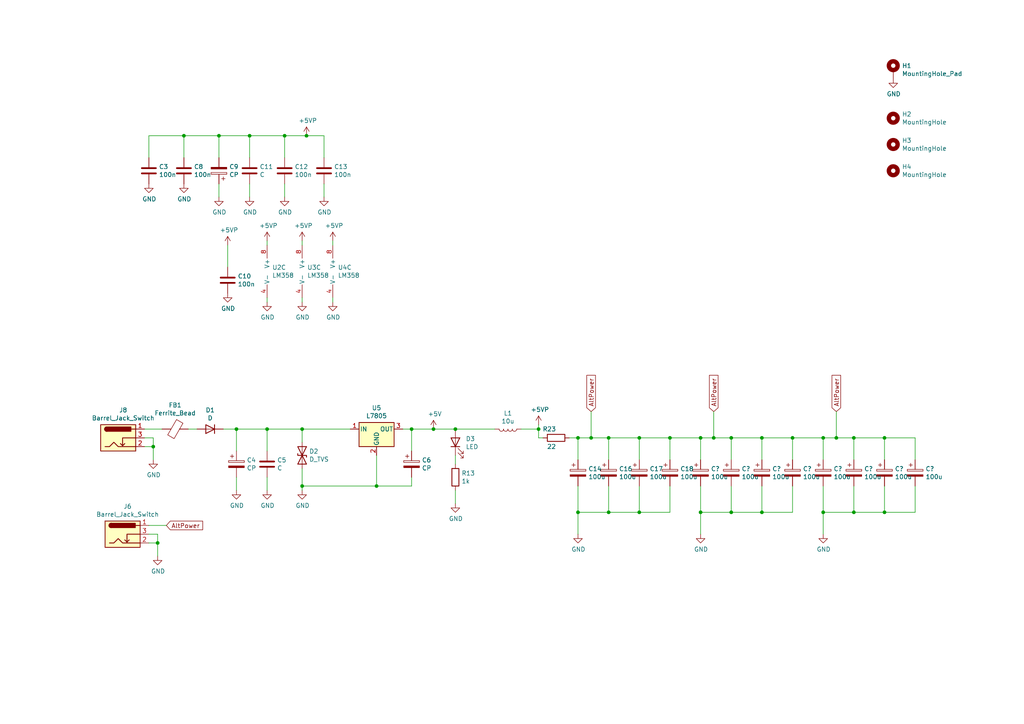
<source format=kicad_sch>
(kicad_sch (version 20211123) (generator eeschema)
  (paper "A4")
  (lib_symbols
    (symbol "Amplifier_Operational:LM358" (pin_names (offset 0.127))
      (property "Reference" "U" (at 0 5.08 0))
      (property "Value" "LM358" (at 0 -5.08 0))
      (symbol "LM358_1_1"
        (polyline (pts (xy -5.08 5.08) (xy 5.08 0) (xy -5.08 -5.08) (xy -5.08 5.08)) (stroke (width 0.254)) (fill (type background)))
        (pin output line (at 7.62 0 180) (length 2.54) (name "~") (number "1"))
        (pin input line (at -7.62 -2.54 0) (length 2.54) (name "-") (number "2"))
        (pin input line (at -7.62 2.54 0) (length 2.54) (name "+") (number "3"))
      )
      (symbol "LM358_2_1"
        (polyline (pts (xy -5.08 5.08) (xy 5.08 0) (xy -5.08 -5.08) (xy -5.08 5.08)) (stroke (width 0.254)) (fill (type background)))
        (pin input line (at -7.62 2.54 0) (length 2.54) (name "+") (number "5"))
        (pin input line (at -7.62 -2.54 0) (length 2.54) (name "-") (number "6"))
        (pin output line (at 7.62 0 180) (length 2.54) (name "~") (number "7"))
      )
      (symbol "LM358_3_1"
        (pin power_in line (at -2.54 -7.62 90) (length 3.81) (name "V-") (number "4"))
        (pin power_in line (at -2.54 7.62 270) (length 3.81) (name "V+") (number "8"))
      )
    )
    (symbol "Connector:Barrel_Jack_Switch" (pin_names hide)
      (property "Reference" "J" (at 0 5.334 0))
      (property "Value" "Barrel_Jack_Switch" (at 0 -5.08 0))
      (symbol "Barrel_Jack_Switch_0_1"
        (rectangle (start -5.08 3.81) (end 5.08 -3.81) (stroke (width 0.254)) (fill (type background)))
        (arc (start -3.302 3.175) (mid -3.937 2.54) (end -3.302 1.905) (stroke (width 0.254)))
        (arc (start -3.302 3.175) (mid -3.937 2.54) (end -3.302 1.905) (stroke (width 0.254)) (fill (type outline)))
        (polyline (pts (xy 1.27 -2.286) (xy 1.905 -1.651)) (stroke (width 0.254)))
        (polyline (pts (xy 5.08 2.54) (xy 3.81 2.54)) (stroke (width 0.254)))
        (polyline (pts (xy 5.08 0) (xy 1.27 0) (xy 1.27 -2.286) (xy 0.635 -1.651)) (stroke (width 0.254)))
        (polyline (pts (xy -3.81 -2.54) (xy -2.54 -2.54) (xy -1.27 -1.27) (xy 0 -2.54) (xy 2.54 -2.54) (xy 5.08 -2.54)) (stroke (width 0.254)))
        (rectangle (start 3.683 3.175) (end -3.302 1.905) (stroke (width 0.254)) (fill (type outline)))
      )
      (symbol "Barrel_Jack_Switch_1_1"
        (pin passive line (at 7.62 2.54 180) (length 2.54) (name "~") (number "1"))
        (pin passive line (at 7.62 -2.54 180) (length 2.54) (name "~") (number "2"))
        (pin passive line (at 7.62 0 180) (length 2.54) (name "~") (number "3"))
      )
    )
    (symbol "Device:C" (pin_numbers hide) (pin_names (offset 0.254))
      (property "Reference" "C" (at 0.635 2.54 0))
      (property "Value" "C" (at 0.635 -2.54 0))
      (symbol "C_0_1"
        (polyline (pts (xy -2.032 -0.762) (xy 2.032 -0.762)) (stroke (width 0.508)))
        (polyline (pts (xy -2.032 0.762) (xy 2.032 0.762)) (stroke (width 0.508)))
      )
      (symbol "C_1_1"
        (pin passive line (at 0 3.81 270) (length 2.794) (name "~") (number "1"))
        (pin passive line (at 0 -3.81 90) (length 2.794) (name "~") (number "2"))
      )
    )
    (symbol "Device:CP" (pin_numbers hide) (pin_names (offset 0.254))
      (property "Reference" "C" (at 0.635 2.54 0))
      (property "Value" "Device_CP" (at 0.635 -2.54 0))
      (symbol "CP_0_1"
        (rectangle (start -2.286 0.508) (end 2.286 1.016))
        (polyline (pts (xy -1.778 2.286) (xy -0.762 2.286)))
        (polyline (pts (xy -1.27 2.794) (xy -1.27 1.778)))
        (rectangle (start 2.286 -0.508) (end -2.286 -1.016) (fill (type outline)))
      )
      (symbol "CP_1_1"
        (pin passive line (at 0 3.81 270) (length 2.794) (name "~") (number "1"))
        (pin passive line (at 0 -3.81 90) (length 2.794) (name "~") (number "2"))
      )
    )
    (symbol "Device:D" (pin_numbers hide) (pin_names (offset 1.016) hide)
      (property "Reference" "D" (at 0 2.54 0))
      (property "Value" "D" (at 0 -2.54 0))
      (symbol "D_0_1"
        (polyline (pts (xy -1.27 1.27) (xy -1.27 -1.27)) (stroke (width 0.254)))
        (polyline (pts (xy 1.27 0) (xy -1.27 0)))
        (polyline (pts (xy 1.27 1.27) (xy 1.27 -1.27) (xy -1.27 0) (xy 1.27 1.27)) (stroke (width 0.254)))
      )
      (symbol "D_1_1"
        (pin passive line (at -3.81 0 0) (length 2.54) (name "K") (number "1"))
        (pin passive line (at 3.81 0 180) (length 2.54) (name "A") (number "2"))
      )
    )
    (symbol "Device:D_TVS" (pin_numbers hide) (pin_names (offset 1.016) hide)
      (property "Reference" "D" (at 0 2.54 0))
      (property "Value" "D_TVS" (at 0 -2.54 0))
      (symbol "D_TVS_0_1"
        (polyline (pts (xy 1.27 0) (xy -1.27 0)))
        (polyline (pts (xy 0.508 1.27) (xy 0 1.27) (xy 0 -1.27) (xy -0.508 -1.27)) (stroke (width 0.254)))
        (polyline (pts (xy -2.54 1.27) (xy -2.54 -1.27) (xy 2.54 1.27) (xy 2.54 -1.27) (xy -2.54 1.27)) (stroke (width 0.254)))
      )
      (symbol "D_TVS_1_1"
        (pin passive line (at -3.81 0 0) (length 2.54) (name "A1") (number "1"))
        (pin passive line (at 3.81 0 180) (length 2.54) (name "A2") (number "2"))
      )
    )
    (symbol "Device:Ferrite_Bead" (pin_numbers hide) (pin_names (offset 0))
      (property "Reference" "FB" (at -3.81 0.635 90))
      (property "Value" "Device_Ferrite_Bead" (at 3.81 0 90))
      (symbol "Ferrite_Bead_0_1"
        (polyline (pts (xy 0 -1.27) (xy 0 -1.2192)))
        (polyline (pts (xy 0 1.27) (xy 0 1.2954)))
        (polyline (pts (xy -2.7686 0.4064) (xy -1.7018 2.2606) (xy 2.7686 -0.3048) (xy 1.6764 -2.159) (xy -2.7686 0.4064)))
      )
      (symbol "Ferrite_Bead_1_1"
        (pin passive line (at 0 3.81 270) (length 2.54) (name "~") (number "1"))
        (pin passive line (at 0 -3.81 90) (length 2.54) (name "~") (number "2"))
      )
    )
    (symbol "Device:L" (pin_numbers hide) (pin_names (offset 1.016) hide)
      (property "Reference" "L" (at -1.27 0 90))
      (property "Value" "L" (at 1.905 0 90))
      (symbol "L_0_1"
        (arc (start 0 -2.54) (mid 0.635 -1.905) (end 0 -1.27))
        (arc (start 0 -1.27) (mid 0.635 -0.635) (end 0 0))
        (arc (start 0 0) (mid 0.635 0.635) (end 0 1.27))
        (arc (start 0 1.27) (mid 0.635 1.905) (end 0 2.54))
      )
      (symbol "L_1_1"
        (pin passive line (at 0 3.81 270) (length 1.27) (name "1") (number "1"))
        (pin passive line (at 0 -3.81 90) (length 1.27) (name "2") (number "2"))
      )
    )
    (symbol "Device:LED" (pin_numbers hide) (pin_names (offset 1.016) hide)
      (property "Reference" "D" (at 0 2.54 0))
      (property "Value" "LED" (at 0 -2.54 0))
      (symbol "LED_0_1"
        (polyline (pts (xy -1.27 -1.27) (xy -1.27 1.27)) (stroke (width 0.254)))
        (polyline (pts (xy -1.27 0) (xy 1.27 0)))
        (polyline (pts (xy 1.27 -1.27) (xy 1.27 1.27) (xy -1.27 0) (xy 1.27 -1.27)) (stroke (width 0.254)))
        (polyline (pts (xy -3.048 -0.762) (xy -4.572 -2.286) (xy -3.81 -2.286) (xy -4.572 -2.286) (xy -4.572 -1.524)))
        (polyline (pts (xy -1.778 -0.762) (xy -3.302 -2.286) (xy -2.54 -2.286) (xy -3.302 -2.286) (xy -3.302 -1.524)))
      )
      (symbol "LED_1_1"
        (pin passive line (at -3.81 0 0) (length 2.54) (name "K") (number "1"))
        (pin passive line (at 3.81 0 180) (length 2.54) (name "A") (number "2"))
      )
    )
    (symbol "Device:R" (pin_numbers hide) (pin_names (offset 0))
      (property "Reference" "R" (at 2.032 0 90))
      (property "Value" "R" (at 0 0 90))
      (symbol "R_0_1"
        (rectangle (start -1.016 -2.54) (end 1.016 2.54) (stroke (width 0.254)))
      )
      (symbol "R_1_1"
        (pin passive line (at 0 3.81 270) (length 1.27) (name "~") (number "1"))
        (pin passive line (at 0 -3.81 90) (length 1.27) (name "~") (number "2"))
      )
    )
    (symbol "Mechanical:MountingHole" (pin_names (offset 1.016))
      (property "Reference" "H" (at 0 5.08 0))
      (property "Value" "MountingHole" (at 0 3.175 0))
      (symbol "MountingHole_0_1"
        (circle (center 0 0) (radius 1.27) (stroke (width 1.27)))
      )
    )
    (symbol "Mechanical:MountingHole_Pad" (pin_numbers hide) (pin_names (offset 1.016) hide)
      (property "Reference" "H" (at 0 6.35 0))
      (property "Value" "MountingHole_Pad" (at 0 4.445 0))
      (symbol "MountingHole_Pad_0_1"
        (circle (center 0 1.27) (radius 1.27) (stroke (width 1.27)))
      )
      (symbol "MountingHole_Pad_1_1"
        (pin input line (at 0 -2.54 90) (length 2.54) (name "1") (number "1"))
      )
    )
    (symbol "Regulator_Linear:L7805" (pin_names (offset 0.254))
      (property "Reference" "U" (at -3.81 3.175 0))
      (property "Value" "L7805" (at 0 3.175 0))
      (symbol "L7805_0_1"
        (rectangle (start -5.08 1.905) (end 5.08 -5.08) (stroke (width 0.254)) (fill (type background)))
      )
      (symbol "L7805_1_1"
        (pin power_in line (at -7.62 0 0) (length 2.54) (name "IN") (number "1"))
        (pin power_in line (at 0 -7.62 90) (length 2.54) (name "GND") (number "2"))
        (pin power_out line (at 7.62 0 180) (length 2.54) (name "OUT") (number "3"))
      )
    )
    (symbol "power:+5V" (power) (pin_names (offset 0))
      (property "Value" "+5V" (at 0 3.556 0))
      (symbol "+5V_0_1"
        (polyline (pts (xy -0.762 1.27) (xy 0 2.54)))
        (polyline (pts (xy 0 0) (xy 0 2.54)))
        (polyline (pts (xy 0 2.54) (xy 0.762 1.27)))
      )
      (symbol "+5V_1_1"
        (pin power_in line (at 0 0 90) (length 0) hide (name "+5V") (number "1"))
      )
    )
    (symbol "power:+5VP" (power) (pin_names (offset 0))
      (property "Value" "+5VP" (at 0 3.556 0))
      (symbol "+5VP_0_1"
        (polyline (pts (xy -0.762 1.27) (xy 0 2.54)))
        (polyline (pts (xy 0 0) (xy 0 2.54)))
        (polyline (pts (xy 0 2.54) (xy 0.762 1.27)))
      )
      (symbol "+5VP_1_1"
        (pin power_in line (at 0 0 90) (length 0) hide (name "+5VP") (number "1"))
      )
    )
    (symbol "power:GND" (power) (pin_names (offset 0))
      (property "Value" "GND" (at 0 -3.81 0))
      (symbol "GND_0_1"
        (polyline (pts (xy 0 0) (xy 0 -1.27) (xy 1.27 -1.27) (xy 0 -2.54) (xy -1.27 -1.27) (xy 0 -1.27)))
      )
      (symbol "GND_1_1"
        (pin power_in line (at 0 0 270) (length 0) hide (name "GND") (number "1"))
      )
    )
  )
  (junction (at 167.64 127))
  (junction (at 194.31 127))
  (junction (at 119.38 124.46))
  (junction (at 132.08 124.46))
  (junction (at 44.45 129.54))
  (junction (at 45.72 157.48))
  (junction (at 53.34 39.37))
  (junction (at 109.22 140.97))
  (junction (at 68.58 124.46))
  (junction (at 167.64 148.59))
  (junction (at 203.2 127))
  (junction (at 87.63 124.46))
  (junction (at 176.53 127))
  (junction (at 82.55 39.37))
  (junction (at 176.53 148.59))
  (junction (at 185.42 148.59))
  (junction (at 212.09 148.59))
  (junction (at 88.9 39.37))
  (junction (at 220.98 127))
  (junction (at 256.54 127))
  (junction (at 72.39 39.37))
  (junction (at 207.01 127))
  (junction (at 203.2 148.59))
  (junction (at 212.09 127))
  (junction (at 220.98 148.59))
  (junction (at 242.57 127))
  (junction (at 77.47 124.46))
  (junction (at 256.54 148.59))
  (junction (at 87.63 140.97))
  (junction (at 238.76 127))
  (junction (at 185.42 127))
  (junction (at 247.65 148.59))
  (junction (at 229.87 127))
  (junction (at 156.21 124.46))
  (junction (at 125.73 124.46))
  (junction (at 63.5 39.37))
  (junction (at 171.45 127))
  (junction (at 247.65 127))
  (junction (at 238.76 148.59))
  (wire (pts (xy 119.38 140.97) (xy 119.38 138.43)))
  (wire (pts (xy 116.84 124.46) (xy 119.38 124.46)))
  (wire (pts (xy 87.63 69.85) (xy 87.63 71.12)))
  (wire (pts (xy 212.09 148.59) (xy 203.2 148.59)))
  (wire (pts (xy 132.08 134.62) (xy 132.08 132.08)))
  (wire (pts (xy 156.21 127) (xy 156.21 124.46)))
  (wire (pts (xy 256.54 127) (xy 265.43 127)))
  (wire (pts (xy 256.54 148.59) (xy 247.65 148.59)))
  (wire (pts (xy 229.87 140.97) (xy 229.87 148.59)))
  (wire (pts (xy 68.58 124.46) (xy 68.58 130.81)))
  (wire (pts (xy 203.2 127) (xy 203.2 133.35)))
  (wire (pts (xy 229.87 127) (xy 229.87 133.35)))
  (wire (pts (xy 185.42 148.59) (xy 194.31 148.59)))
  (wire (pts (xy 203.2 140.97) (xy 203.2 148.59)))
  (wire (pts (xy 207.01 127) (xy 212.09 127)))
  (wire (pts (xy 53.34 39.37) (xy 53.34 45.72)))
  (wire (pts (xy 45.72 157.48) (xy 45.72 161.29)))
  (wire (pts (xy 132.08 124.46) (xy 143.51 124.46)))
  (wire (pts (xy 167.64 148.59) (xy 167.64 154.94)))
  (wire (pts (xy 132.08 142.24) (xy 132.08 146.05)))
  (wire (pts (xy 82.55 57.15) (xy 82.55 53.34)))
  (wire (pts (xy 247.65 127) (xy 256.54 127)))
  (wire (pts (xy 63.5 39.37) (xy 63.5 45.72)))
  (wire (pts (xy 176.53 148.59) (xy 167.64 148.59)))
  (wire (pts (xy 203.2 148.59) (xy 203.2 154.94)))
  (wire (pts (xy 77.47 142.24) (xy 77.47 138.43)))
  (wire (pts (xy 101.6 124.46) (xy 87.63 124.46)))
  (wire (pts (xy 194.31 127) (xy 194.31 133.35)))
  (wire (pts (xy 88.9 39.37) (xy 93.98 39.37)))
  (wire (pts (xy 72.39 39.37) (xy 72.39 45.72)))
  (wire (pts (xy 63.5 39.37) (xy 72.39 39.37)))
  (wire (pts (xy 265.43 140.97) (xy 265.43 148.59)))
  (wire (pts (xy 77.47 124.46) (xy 77.47 130.81)))
  (wire (pts (xy 212.09 127) (xy 220.98 127)))
  (wire (pts (xy 207.01 119.38) (xy 207.01 127)))
  (wire (pts (xy 41.91 124.46) (xy 46.99 124.46)))
  (wire (pts (xy 207.01 127) (xy 203.2 127)))
  (wire (pts (xy 185.42 127) (xy 194.31 127)))
  (wire (pts (xy 72.39 39.37) (xy 82.55 39.37)))
  (wire (pts (xy 132.08 124.46) (xy 125.73 124.46)))
  (wire (pts (xy 220.98 148.59) (xy 229.87 148.59)))
  (wire (pts (xy 54.61 124.46) (xy 57.15 124.46)))
  (wire (pts (xy 43.18 39.37) (xy 43.18 45.72)))
  (wire (pts (xy 109.22 140.97) (xy 119.38 140.97)))
  (wire (pts (xy 93.98 57.15) (xy 93.98 53.34)))
  (wire (pts (xy 176.53 127) (xy 176.53 133.35)))
  (wire (pts (xy 41.91 129.54) (xy 44.45 129.54)))
  (wire (pts (xy 96.52 69.85) (xy 96.52 71.12)))
  (wire (pts (xy 171.45 127) (xy 176.53 127)))
  (wire (pts (xy 87.63 140.97) (xy 109.22 140.97)))
  (wire (pts (xy 82.55 45.72) (xy 82.55 39.37)))
  (wire (pts (xy 43.18 157.48) (xy 45.72 157.48)))
  (wire (pts (xy 66.04 71.12) (xy 66.04 77.47)))
  (wire (pts (xy 247.65 148.59) (xy 238.76 148.59)))
  (wire (pts (xy 43.18 154.94) (xy 45.72 154.94)))
  (wire (pts (xy 212.09 140.97) (xy 212.09 148.59)))
  (wire (pts (xy 256.54 148.59) (xy 265.43 148.59)))
  (wire (pts (xy 229.87 127) (xy 238.76 127)))
  (wire (pts (xy 242.57 127) (xy 247.65 127)))
  (wire (pts (xy 176.53 127) (xy 185.42 127)))
  (wire (pts (xy 44.45 127) (xy 44.45 129.54)))
  (wire (pts (xy 176.53 140.97) (xy 176.53 148.59)))
  (wire (pts (xy 194.31 140.97) (xy 194.31 148.59)))
  (wire (pts (xy 53.34 39.37) (xy 43.18 39.37)))
  (wire (pts (xy 68.58 124.46) (xy 77.47 124.46)))
  (wire (pts (xy 171.45 119.38) (xy 171.45 127)))
  (wire (pts (xy 194.31 127) (xy 203.2 127)))
  (wire (pts (xy 242.57 119.38) (xy 242.57 127)))
  (wire (pts (xy 157.48 127) (xy 156.21 127)))
  (wire (pts (xy 242.57 127) (xy 238.76 127)))
  (wire (pts (xy 171.45 127) (xy 167.64 127)))
  (wire (pts (xy 238.76 148.59) (xy 238.76 154.94)))
  (wire (pts (xy 247.65 127) (xy 247.65 133.35)))
  (wire (pts (xy 109.22 140.97) (xy 109.22 132.08)))
  (wire (pts (xy 63.5 57.15) (xy 63.5 53.34)))
  (wire (pts (xy 125.73 124.46) (xy 119.38 124.46)))
  (wire (pts (xy 156.21 124.46) (xy 156.21 123.19)))
  (wire (pts (xy 72.39 57.15) (xy 72.39 53.34)))
  (wire (pts (xy 238.76 140.97) (xy 238.76 148.59)))
  (wire (pts (xy 77.47 124.46) (xy 87.63 124.46)))
  (wire (pts (xy 119.38 124.46) (xy 119.38 130.81)))
  (wire (pts (xy 93.98 39.37) (xy 93.98 45.72)))
  (wire (pts (xy 44.45 129.54) (xy 44.45 133.35)))
  (wire (pts (xy 265.43 127) (xy 265.43 133.35)))
  (wire (pts (xy 82.55 39.37) (xy 88.9 39.37)))
  (wire (pts (xy 77.47 86.36) (xy 77.47 87.63)))
  (wire (pts (xy 238.76 127) (xy 238.76 133.35)))
  (wire (pts (xy 167.64 140.97) (xy 167.64 148.59)))
  (wire (pts (xy 256.54 127) (xy 256.54 133.35)))
  (wire (pts (xy 87.63 140.97) (xy 87.63 135.89)))
  (wire (pts (xy 220.98 148.59) (xy 212.09 148.59)))
  (wire (pts (xy 165.1 127) (xy 167.64 127)))
  (wire (pts (xy 87.63 124.46) (xy 87.63 128.27)))
  (wire (pts (xy 77.47 69.85) (xy 77.47 71.12)))
  (wire (pts (xy 247.65 140.97) (xy 247.65 148.59)))
  (wire (pts (xy 220.98 140.97) (xy 220.98 148.59)))
  (wire (pts (xy 167.64 127) (xy 167.64 133.35)))
  (wire (pts (xy 87.63 86.36) (xy 87.63 87.63)))
  (wire (pts (xy 43.18 152.4) (xy 48.26 152.4)))
  (wire (pts (xy 185.42 140.97) (xy 185.42 148.59)))
  (wire (pts (xy 41.91 127) (xy 44.45 127)))
  (wire (pts (xy 68.58 142.24) (xy 68.58 138.43)))
  (wire (pts (xy 96.52 86.36) (xy 96.52 87.63)))
  (wire (pts (xy 185.42 127) (xy 185.42 133.35)))
  (wire (pts (xy 185.42 148.59) (xy 176.53 148.59)))
  (wire (pts (xy 87.63 142.24) (xy 87.63 140.97)))
  (wire (pts (xy 151.13 124.46) (xy 156.21 124.46)))
  (wire (pts (xy 64.77 124.46) (xy 68.58 124.46)))
  (wire (pts (xy 220.98 127) (xy 220.98 133.35)))
  (wire (pts (xy 220.98 127) (xy 229.87 127)))
  (wire (pts (xy 45.72 154.94) (xy 45.72 157.48)))
  (wire (pts (xy 212.09 127) (xy 212.09 133.35)))
  (wire (pts (xy 63.5 39.37) (xy 53.34 39.37)))
  (wire (pts (xy 256.54 140.97) (xy 256.54 148.59)))
  (global_label "AltPower" (shape input) (at 171.45 119.38 90) (property "Intersheet References" "${INTERSHEET_REFS}" (effects hide)))
  (global_label "AltPower" (shape input) (at 48.26 152.4 0) (property "Intersheet References" "${INTERSHEET_REFS}" (effects hide)))
  (global_label "AltPower" (shape input) (at 207.01 119.38 90) (property "Intersheet References" "${INTERSHEET_REFS}" (effects hide)))
  (global_label "AltPower" (shape input) (at 242.57 119.38 90) (property "Intersheet References" "${INTERSHEET_REFS}" (effects hide)))
  (symbol (lib_id "Device:C") (at 72.39 49.53 0) (unit 1)
    (property "Reference" "C11" (at 75.311 48.3616 0) (effects (justify left)))
    (property "Value" "C" (at 75.311 50.673 0) (effects (justify left)))
    (property "Footprint" "Capacitor_SMD:C_0805_2012Metric" (effects hide))
  )
  (symbol (lib_id "Device:CP") (at 63.5 49.53 180) (unit 1)
    (property "Reference" "C9" (at 66.4972 48.3616 0) (effects (justify right)))
    (property "Value" "CP" (at 66.4972 50.673 0) (effects (justify right)))
    (property "Footprint" "Capacitor_THT:CP_Radial_D8.0mm_P5.00mm" (effects hide))
  )
  (symbol (lib_id "power:GND") (at 63.5 57.15 0) (unit 1)
    (property "Reference" "#PWR0107" (effects hide))
    (property "Value" "GND" (at 63.627 61.5442 0))
  )
  (symbol (lib_id "power:GND") (at 72.39 57.15 0) (unit 1)
    (property "Reference" "#PWR0115" (effects hide))
    (property "Value" "GND" (at 72.517 61.5442 0))
  )
  (symbol (lib_id "power:+5VP") (at 88.9 39.37 0) (unit 1)
    (property "Reference" "#PWR0116" (effects hide))
    (property "Value" "+5VP" (at 89.281 34.9758 0))
  )
  (symbol (lib_id "Device:C") (at 93.98 49.53 0) (unit 1)
    (property "Reference" "C13" (at 96.901 48.3616 0) (effects (justify left)))
    (property "Value" "100n" (at 96.901 50.673 0) (effects (justify left)))
    (property "Footprint" "Capacitor_SMD:C_0805_2012Metric" (effects hide))
  )
  (symbol (lib_id "power:GND") (at 93.98 57.15 0) (unit 1)
    (property "Reference" "#PWR0117" (effects hide))
    (property "Value" "GND" (at 94.107 61.5442 0))
  )
  (symbol (lib_id "Device:C") (at 82.55 49.53 0) (unit 1)
    (property "Reference" "C12" (at 85.471 48.3616 0) (effects (justify left)))
    (property "Value" "100n" (at 85.471 50.673 0) (effects (justify left)))
    (property "Footprint" "Capacitor_SMD:C_0805_2012Metric" (effects hide))
  )
  (symbol (lib_id "power:GND") (at 82.55 57.15 0) (unit 1)
    (property "Reference" "#PWR0118" (effects hide))
    (property "Value" "GND" (at 82.677 61.5442 0))
  )
  (symbol (lib_id "Amplifier_Operational:LM358") (at 80.01 78.74 0) (unit 3)
    (property "Reference" "U2" (at 78.9432 77.5716 0) (effects (justify left)))
    (property "Value" "LM358" (at 78.9432 79.883 0) (effects (justify left)))
    (property "Footprint" "Package_SO:SO-8_3.9x4.9mm_P1.27mm" (effects hide))
    (property "Datasheet" "http://www.ti.com/lit/ds/symlink/lm2904-n.pdf" (effects hide))
  )
  (symbol (lib_id "power:+5VP") (at 77.47 69.85 0) (unit 1)
    (property "Reference" "#PWR0124" (effects hide))
    (property "Value" "+5VP" (at 77.851 65.4558 0))
  )
  (symbol (lib_id "Device:C") (at 53.34 49.53 0) (unit 1)
    (property "Reference" "C8" (at 56.261 48.3616 0) (effects (justify left)))
    (property "Value" "100n" (at 56.261 50.673 0) (effects (justify left)))
    (property "Footprint" "Capacitor_SMD:C_0805_2012Metric" (effects hide))
  )
  (symbol (lib_id "power:GND") (at 53.34 53.34 0) (unit 1)
    (property "Reference" "#PWR0129" (effects hide))
    (property "Value" "GND" (at 53.467 57.7342 0))
  )
  (symbol (lib_id "Amplifier_Operational:LM358") (at 99.06 78.74 0) (unit 3)
    (property "Reference" "U4" (at 97.9932 77.5716 0) (effects (justify left)))
    (property "Value" "LM358" (at 97.9932 79.883 0) (effects (justify left)))
    (property "Footprint" "Package_SO:SO-8_3.9x4.9mm_P1.27mm" (effects hide))
    (property "Datasheet" "http://www.ti.com/lit/ds/symlink/lm2904-n.pdf" (effects hide))
  )
  (symbol (lib_id "power:+5VP") (at 96.52 69.85 0) (unit 1)
    (property "Reference" "#PWR0133" (effects hide))
    (property "Value" "+5VP" (at 96.901 65.4558 0))
  )
  (symbol (lib_id "Device:C") (at 43.18 49.53 0) (unit 1)
    (property "Reference" "C3" (at 46.101 48.3616 0) (effects (justify left)))
    (property "Value" "100n" (at 46.101 50.673 0) (effects (justify left)))
    (property "Footprint" "Capacitor_SMD:C_0805_2012Metric" (effects hide))
  )
  (symbol (lib_id "power:GND") (at 43.18 53.34 0) (unit 1)
    (property "Reference" "#PWR0134" (effects hide))
    (property "Value" "GND" (at 43.307 57.7342 0))
  )
  (symbol (lib_id "Amplifier_Operational:LM358") (at 90.17 78.74 0) (unit 3)
    (property "Reference" "U3" (at 89.1032 77.5716 0) (effects (justify left)))
    (property "Value" "LM358" (at 89.1032 79.883 0) (effects (justify left)))
    (property "Footprint" "Package_SO:SO-8_3.9x4.9mm_P1.27mm" (effects hide))
    (property "Datasheet" "http://www.ti.com/lit/ds/symlink/lm2904-n.pdf" (effects hide))
  )
  (symbol (lib_id "power:+5VP") (at 87.63 69.85 0) (unit 1)
    (property "Reference" "#PWR0135" (effects hide))
    (property "Value" "+5VP" (at 88.011 65.4558 0))
  )
  (symbol (lib_id "Device:C") (at 66.04 81.28 0) (unit 1)
    (property "Reference" "C10" (at 68.961 80.1116 0) (effects (justify left)))
    (property "Value" "100n" (at 68.961 82.423 0) (effects (justify left)))
    (property "Footprint" "Capacitor_SMD:C_0805_2012Metric" (effects hide))
  )
  (symbol (lib_id "power:GND") (at 66.04 85.09 0) (unit 1)
    (property "Reference" "#PWR0136" (effects hide))
    (property "Value" "GND" (at 66.167 89.4842 0))
  )
  (symbol (lib_id "power:GND") (at 87.63 87.63 0) (unit 1)
    (property "Reference" "#PWR0139" (effects hide))
    (property "Value" "GND" (at 87.757 92.0242 0))
  )
  (symbol (lib_id "power:GND") (at 96.52 87.63 0) (unit 1)
    (property "Reference" "#PWR0140" (effects hide))
    (property "Value" "GND" (at 96.647 92.0242 0))
  )
  (symbol (lib_id "power:GND") (at 77.47 87.63 0) (unit 1)
    (property "Reference" "#PWR0142" (effects hide))
    (property "Value" "GND" (at 77.597 92.0242 0))
  )
  (symbol (lib_id "power:+5VP") (at 66.04 71.12 0) (unit 1)
    (property "Reference" "#PWR0143" (effects hide))
    (property "Value" "+5VP" (at 66.421 66.7258 0))
  )
  (symbol (lib_id "Connector:Barrel_Jack_Switch") (at 34.29 127 0) (unit 1)
    (property "Reference" "J8" (at 35.7378 118.9482 0))
    (property "Value" "Barrel_Jack_Switch" (at 35.7378 121.2596 0))
    (property "Footprint" "Connector_BarrelJack:BarrelJack_Horizontal" (effects hide))
  )
  (symbol (lib_id "Device:Ferrite_Bead") (at 50.8 124.46 270) (unit 1)
    (property "Reference" "FB1" (at 50.8 117.5004 90))
    (property "Value" "Ferrite_Bead" (at 50.8 119.8118 90))
    (property "Footprint" "Resistor_SMD:R_0805_2012Metric" (effects hide))
  )
  (symbol (lib_id "power:GND") (at 44.45 133.35 0) (unit 1)
    (property "Reference" "#PWR0144" (effects hide))
    (property "Value" "GND" (at 44.577 137.7442 0))
  )
  (symbol (lib_id "Device:C") (at 77.47 134.62 0) (unit 1)
    (property "Reference" "C5" (at 80.391 133.4516 0) (effects (justify left)))
    (property "Value" "C" (at 80.391 135.763 0) (effects (justify left)))
    (property "Footprint" "Capacitor_SMD:C_0805_2012Metric" (effects hide))
  )
  (symbol (lib_id "Device:CP") (at 68.58 134.62 0) (unit 1)
    (property "Reference" "C4" (at 71.5772 133.4516 0) (effects (justify left)))
    (property "Value" "CP" (at 71.5772 135.763 0) (effects (justify left)))
    (property "Footprint" "Capacitor_THT:CP_Radial_D5.0mm_P2.50mm" (effects hide))
  )
  (symbol (lib_id "Device:D") (at 60.96 124.46 180) (unit 1)
    (property "Reference" "D1" (at 60.96 118.9482 0))
    (property "Value" "D" (at 60.96 121.2596 0))
    (property "Footprint" "Diode_SMD:D_SMA" (effects hide))
  )
  (symbol (lib_id "Device:D_TVS") (at 87.63 132.08 270) (unit 1)
    (property "Reference" "D2" (at 89.662 130.9116 90) (effects (justify left)))
    (property "Value" "D_TVS" (at 89.662 133.223 90) (effects (justify left)))
    (property "Footprint" "Diode_SMD:D_SMA" (effects hide))
  )
  (symbol (lib_id "power:GND") (at 68.58 142.24 0) (unit 1)
    (property "Reference" "#PWR0145" (effects hide))
    (property "Value" "GND" (at 68.707 146.6342 0))
  )
  (symbol (lib_id "power:GND") (at 77.47 142.24 0) (unit 1)
    (property "Reference" "#PWR0146" (effects hide))
    (property "Value" "GND" (at 77.597 146.6342 0))
  )
  (symbol (lib_id "power:GND") (at 87.63 142.24 0) (unit 1)
    (property "Reference" "#PWR0147" (effects hide))
    (property "Value" "GND" (at 87.757 146.6342 0))
  )
  (symbol (lib_id "Regulator_Linear:L7805") (at 109.22 124.46 0) (unit 1)
    (property "Reference" "U5" (at 109.22 118.3132 0))
    (property "Value" "L7805" (at 109.22 120.6246 0))
    (property "Footprint" "Package_TO_SOT_THT:TO-220-3_Vertical" (effects hide))
    (property "Datasheet" "http://www.st.com/content/ccc/resource/technical/document/datasheet/41/4f/b3/b0/12/d4/47/88/CD00000444.pdf/files/CD00000444.pdf/jcr:content/translations/en.CD00000444.pdf" (effects hide))
  )
  (symbol (lib_id "Device:CP") (at 119.38 134.62 0) (unit 1)
    (property "Reference" "C6" (at 122.3772 133.4516 0) (effects (justify left)))
    (property "Value" "CP" (at 122.3772 135.763 0) (effects (justify left)))
    (property "Footprint" "Capacitor_THT:CP_Radial_D5.0mm_P2.50mm" (effects hide))
  )
  (symbol (lib_id "Device:LED") (at 132.08 128.27 90) (unit 1)
    (property "Reference" "D3" (at 135.0772 127.2794 90) (effects (justify right)))
    (property "Value" "LED" (at 135.0772 129.5908 90) (effects (justify right)))
    (property "Footprint" "LED_SMD:LED_1206_3216Metric" (effects hide))
  )
  (symbol (lib_id "Device:R") (at 132.08 138.43 0) (unit 1)
    (property "Reference" "R13" (at 133.858 137.2616 0) (effects (justify left)))
    (property "Value" "1k" (at 133.858 139.573 0) (effects (justify left)))
    (property "Footprint" "Resistor_SMD:R_1206_3216Metric" (effects hide))
  )
  (symbol (lib_id "power:GND") (at 132.08 146.05 0) (unit 1)
    (property "Reference" "#PWR0150" (effects hide))
    (property "Value" "GND" (at 132.207 150.4442 0))
  )
  (symbol (lib_id "power:+5V") (at 125.73 124.46 0) (unit 1)
    (property "Reference" "#PWR0152" (effects hide))
    (property "Value" "+5V" (at 126.111 120.0658 0))
  )
  (symbol (lib_id "power:+5VP") (at 156.21 123.19 0) (unit 1)
    (property "Reference" "#PWR0153" (effects hide))
    (property "Value" "+5VP" (at 156.591 118.7958 0))
  )
  (symbol (lib_id "Device:L") (at 147.32 124.46 270) (unit 1)
    (property "Reference" "L1" (at 147.32 119.8626 90))
    (property "Value" "10u" (at 147.32 122.174 90))
    (property "Footprint" "Inductor_SMD:L_Taiyo-Yuden_NR-60xx_HandSoldering" (effects hide))
  )
  (symbol (lib_id "Connector:Barrel_Jack_Switch") (at 35.56 154.94 0) (unit 1)
    (property "Reference" "J6" (at 37.0078 146.8882 0))
    (property "Value" "Barrel_Jack_Switch" (at 37.0078 149.1996 0))
    (property "Footprint" "Connector_BarrelJack:BarrelJack_Horizontal" (effects hide))
  )
  (symbol (lib_id "power:GND") (at 45.72 161.29 0) (unit 1)
    (property "Reference" "#PWR0154" (effects hide))
    (property "Value" "GND" (at 45.847 165.6842 0))
  )
  (symbol (lib_id "Device:CP") (at 265.43 137.16 0) (unit 1)
    (property "Reference" "C?" (at 268.4272 135.9916 0) (effects (justify left)))
    (property "Value" "100u" (at 268.4272 138.303 0) (effects (justify left)))
    (property "Footprint" "Capacitor_THT:CP_Radial_D8.0mm_P5.00mm" (effects hide))
  )
  (symbol (lib_id "power:GND") (at 167.64 154.94 0) (unit 1)
    (property "Reference" "#PWR0161" (effects hide))
    (property "Value" "GND" (at 167.767 159.3342 0))
  )
  (symbol (lib_id "Device:CP") (at 220.98 137.16 0) (unit 1)
    (property "Reference" "C?" (at 223.9772 135.9916 0) (effects (justify left)))
    (property "Value" "100u" (at 223.9772 138.303 0) (effects (justify left)))
    (property "Footprint" "Capacitor_THT:CP_Radial_D8.0mm_P5.00mm" (effects hide))
  )
  (symbol (lib_id "Device:CP") (at 229.87 137.16 0) (unit 1)
    (property "Reference" "C?" (at 232.8672 135.9916 0) (effects (justify left)))
    (property "Value" "100u" (at 232.8672 138.303 0) (effects (justify left)))
    (property "Footprint" "Capacitor_THT:CP_Radial_D8.0mm_P5.00mm" (effects hide))
  )
  (symbol (lib_id "power:GND") (at 238.76 154.94 0) (unit 1)
    (property "Reference" "#PWR?" (effects hide))
    (property "Value" "GND" (at 238.887 159.3342 0))
  )
  (symbol (lib_id "Device:CP") (at 256.54 137.16 0) (unit 1)
    (property "Reference" "C?" (at 259.5372 135.9916 0) (effects (justify left)))
    (property "Value" "100u" (at 259.5372 138.303 0) (effects (justify left)))
    (property "Footprint" "Capacitor_THT:CP_Radial_D8.0mm_P5.00mm" (effects hide))
  )
  (symbol (lib_id "Device:CP") (at 212.09 137.16 0) (unit 1)
    (property "Reference" "C?" (at 215.0872 135.9916 0) (effects (justify left)))
    (property "Value" "100u" (at 215.0872 138.303 0) (effects (justify left)))
    (property "Footprint" "Capacitor_THT:CP_Radial_D8.0mm_P5.00mm" (effects hide))
  )
  (symbol (lib_id "Mechanical:MountingHole") (at 259.08 34.29 0) (unit 1)
    (property "Reference" "H2" (at 261.62 33.1216 0) (effects (justify left)))
    (property "Value" "MountingHole" (at 261.62 35.433 0) (effects (justify left)))
    (property "Footprint" "MountingHole:MountingHole_4mm" (effects hide))
  )
  (symbol (lib_id "Device:CP") (at 176.53 137.16 0) (unit 1)
    (property "Reference" "C16" (at 179.5272 135.9916 0) (effects (justify left)))
    (property "Value" "100u" (at 179.5272 138.303 0) (effects (justify left)))
    (property "Footprint" "Capacitor_THT:CP_Radial_D8.0mm_P5.00mm" (effects hide))
  )
  (symbol (lib_id "power:GND") (at 259.08 22.86 0) (unit 1)
    (property "Reference" "#PWR0166" (effects hide))
    (property "Value" "GND" (at 259.207 27.2542 0))
  )
  (symbol (lib_id "Mechanical:MountingHole") (at 259.08 49.53 0) (unit 1)
    (property "Reference" "H4" (at 261.62 48.3616 0) (effects (justify left)))
    (property "Value" "MountingHole" (at 261.62 50.673 0) (effects (justify left)))
    (property "Footprint" "MountingHole:MountingHole_4mm" (effects hide))
  )
  (symbol (lib_id "power:GND") (at 203.2 154.94 0) (unit 1)
    (property "Reference" "#PWR?" (effects hide))
    (property "Value" "GND" (at 203.327 159.3342 0))
  )
  (symbol (lib_id "Device:CP") (at 238.76 137.16 0) (unit 1)
    (property "Reference" "C?" (at 241.7572 135.9916 0) (effects (justify left)))
    (property "Value" "100u" (at 241.7572 138.303 0) (effects (justify left)))
    (property "Footprint" "Capacitor_THT:CP_Radial_D8.0mm_P5.00mm" (effects hide))
  )
  (symbol (lib_id "Device:CP") (at 167.64 137.16 0) (unit 1)
    (property "Reference" "C14" (at 170.6372 135.9916 0) (effects (justify left)))
    (property "Value" "100u" (at 170.6372 138.303 0) (effects (justify left)))
    (property "Footprint" "Capacitor_THT:CP_Radial_D8.0mm_P5.00mm" (effects hide))
  )
  (symbol (lib_id "Mechanical:MountingHole_Pad") (at 259.08 20.32 0) (unit 1)
    (property "Reference" "H1" (at 261.62 19.0754 0) (effects (justify left)))
    (property "Value" "MountingHole_Pad" (at 261.62 21.3868 0) (effects (justify left)))
    (property "Footprint" "MountingHole:MountingHole_4.3mm_M4_Pad" (effects hide))
  )
  (symbol (lib_id "Device:CP") (at 185.42 137.16 0) (unit 1)
    (property "Reference" "C17" (at 188.4172 135.9916 0) (effects (justify left)))
    (property "Value" "100u" (at 188.4172 138.303 0) (effects (justify left)))
    (property "Footprint" "Capacitor_THT:CP_Radial_D8.0mm_P5.00mm" (effects hide))
  )
  (symbol (lib_id "Device:CP") (at 247.65 137.16 0) (unit 1)
    (property "Reference" "C?" (at 250.6472 135.9916 0) (effects (justify left)))
    (property "Value" "100u" (at 250.6472 138.303 0) (effects (justify left)))
    (property "Footprint" "Capacitor_THT:CP_Radial_D8.0mm_P5.00mm" (effects hide))
  )
  (symbol (lib_id "Device:CP") (at 194.31 137.16 0) (unit 1)
    (property "Reference" "C18" (at 197.3072 135.9916 0) (effects (justify left)))
    (property "Value" "100u" (at 197.3072 138.303 0) (effects (justify left)))
    (property "Footprint" "Capacitor_THT:CP_Radial_D8.0mm_P5.00mm" (effects hide))
  )
  (symbol (lib_id "Device:R") (at 161.29 127 90) (unit 1)
    (property "Reference" "R23" (at 161.29 124.46 90) (effects (justify left)))
    (property "Value" "22" (at 161.29 129.54 90) (effects (justify left)))
    (property "Footprint" "Resistor_SMD:R_1206_3216Metric" (effects hide))
  )
  (symbol (lib_id "Mechanical:MountingHole") (at 259.08 41.91 0) (unit 1)
    (property "Reference" "H3" (at 261.62 40.7416 0) (effects (justify left)))
    (property "Value" "MountingHole" (at 261.62 43.053 0) (effects (justify left)))
    (property "Footprint" "MountingHole:MountingHole_4mm" (effects hide))
  )
  (symbol (lib_id "Device:CP") (at 203.2 137.16 0) (unit 1)
    (property "Reference" "C?" (at 206.1972 135.9916 0) (effects (justify left)))
    (property "Value" "100u" (at 206.1972 138.303 0) (effects (justify left)))
    (property "Footprint" "Capacitor_THT:CP_Radial_D8.0mm_P5.00mm" (effects hide))
  )
)
</source>
